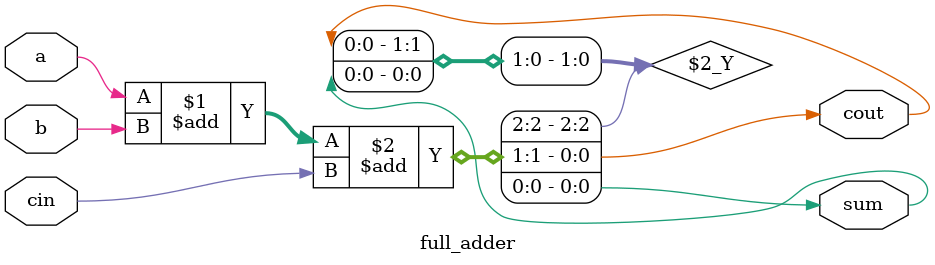
<source format=sv>
module top_module (
	input [3:0] x,
	input [3:0] y,
	output [4:0] sum
);

  wire [3:0] carry;
  wire [3:0] out;

  assign carry[0] = 0;
  
  // Full Adder Instantiations
  full_adder FA0(x[0], y[0], carry[0], sum[0], out[0]);
  full_adder FA1(x[1], y[1], carry[1], sum[1], out[1]);
  full_adder FA2(x[2], y[2], carry[2], sum[2], out[2]);
  full_adder FA3(x[3], y[3], carry[3], sum[3], out[3]);
  
  assign carry[1] = out[0];
  assign carry[2] = out[1];
  assign carry[3] = out[2];
  assign sum[4] = out[3];
  
endmodule
module full_adder (
  input a,
  input b,
  input cin,
  output sum,
  output cout
);
  assign {1'b0, cout, sum} = a + b + cin;
endmodule

</source>
